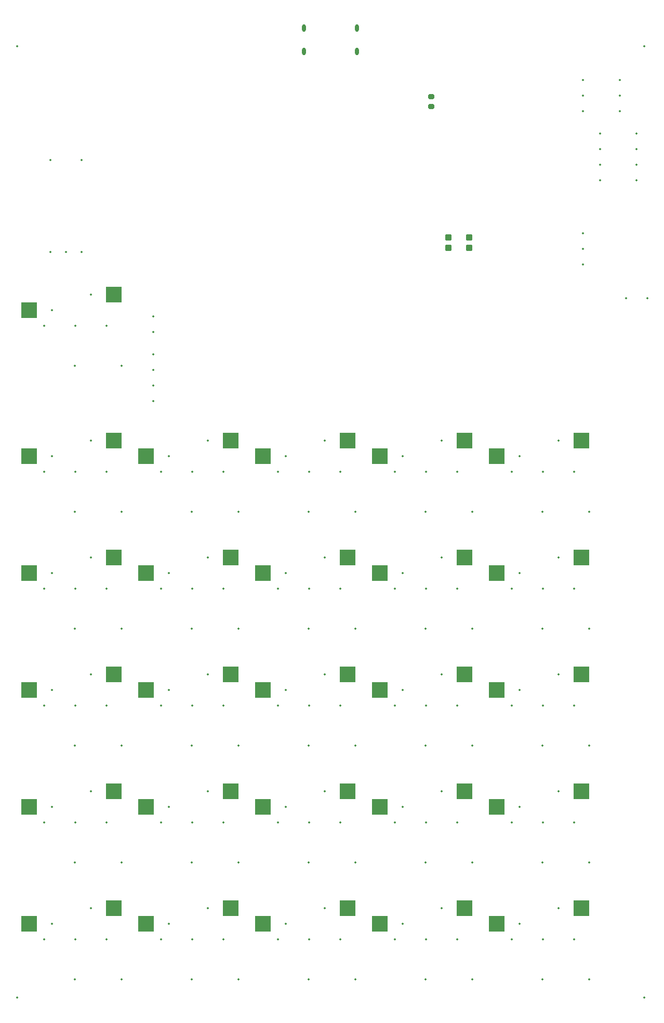
<source format=gbr>
%TF.GenerationSoftware,KiCad,Pcbnew,9.0.7*%
%TF.CreationDate,2026-03-01T07:38:40-05:00*%
%TF.ProjectId,Macropad,4d616372-6f70-4616-942e-6b696361645f,rev?*%
%TF.SameCoordinates,Original*%
%TF.FileFunction,Paste,Bot*%
%TF.FilePolarity,Positive*%
%FSLAX46Y46*%
G04 Gerber Fmt 4.6, Leading zero omitted, Abs format (unit mm)*
G04 Created by KiCad (PCBNEW 9.0.7) date 2026-03-01 07:38:40*
%MOMM*%
%LPD*%
G01*
G04 APERTURE LIST*
G04 Aperture macros list*
%AMRoundRect*
0 Rectangle with rounded corners*
0 $1 Rounding radius*
0 $2 $3 $4 $5 $6 $7 $8 $9 X,Y pos of 4 corners*
0 Add a 4 corners polygon primitive as box body*
4,1,4,$2,$3,$4,$5,$6,$7,$8,$9,$2,$3,0*
0 Add four circle primitives for the rounded corners*
1,1,$1+$1,$2,$3*
1,1,$1+$1,$4,$5*
1,1,$1+$1,$6,$7*
1,1,$1+$1,$8,$9*
0 Add four rect primitives between the rounded corners*
20,1,$1+$1,$2,$3,$4,$5,0*
20,1,$1+$1,$4,$5,$6,$7,0*
20,1,$1+$1,$6,$7,$8,$9,0*
20,1,$1+$1,$8,$9,$2,$3,0*%
G04 Aperture macros list end*
%ADD10R,2.550000X2.500000*%
%ADD11RoundRect,0.200000X-0.350000X-0.300000X0.350000X-0.300000X0.350000X0.300000X-0.350000X0.300000X0*%
%ADD12RoundRect,0.200000X0.275000X-0.200000X0.275000X0.200000X-0.275000X0.200000X-0.275000X-0.200000X0*%
%ADD13C,0.350000*%
%ADD14O,0.600000X1.200000*%
G04 APERTURE END LIST*
D10*
%TO.C,SW26*%
X78165000Y-106998000D03*
X92015000Y-104458000D03*
%TD*%
%TO.C,SW14*%
X40065000Y-68898000D03*
X53915000Y-66358000D03*
%TD*%
%TO.C,SW10*%
X59115000Y-49848000D03*
X72965000Y-47308000D03*
%TD*%
%TO.C,SW23*%
X21015000Y-106998000D03*
X34865000Y-104458000D03*
%TD*%
%TO.C,SW21*%
X78165000Y-87947000D03*
X92015000Y-85407000D03*
%TD*%
%TO.C,SW16*%
X78165000Y-68898000D03*
X92015000Y-66358000D03*
%TD*%
%TO.C,SW11*%
X78165000Y-49848000D03*
X92015000Y-47308000D03*
%TD*%
%TO.C,SW5*%
X59115000Y-30797000D03*
X72965000Y-28257000D03*
%TD*%
%TO.C,SW24*%
X40065000Y-106998000D03*
X53915000Y-104458000D03*
%TD*%
%TO.C,SW19*%
X40065000Y-87947000D03*
X53915000Y-85407000D03*
%TD*%
%TO.C,SW25*%
X59115000Y-106998000D03*
X72965000Y-104458000D03*
%TD*%
%TO.C,SW7*%
X1965000Y-49848000D03*
X15815000Y-47308000D03*
%TD*%
%TO.C,SW22*%
X1965000Y-106998000D03*
X15815000Y-104458000D03*
%TD*%
%TO.C,SW1*%
X1965000Y-6985000D03*
X15815000Y-4445000D03*
%TD*%
%TO.C,SW15*%
X59115000Y-68898000D03*
X72965000Y-66358000D03*
%TD*%
%TO.C,SW3*%
X21015000Y-30797000D03*
X34865000Y-28257000D03*
%TD*%
%TO.C,SW17*%
X1965000Y-87947000D03*
X15815000Y-85407000D03*
%TD*%
%TO.C,SW18*%
X21015000Y-87947000D03*
X34865000Y-85407000D03*
%TD*%
%TO.C,SW9*%
X40065000Y-49848000D03*
X53915000Y-47308000D03*
%TD*%
%TO.C,SW8*%
X21015000Y-49848000D03*
X34865000Y-47308000D03*
%TD*%
%TO.C,SW13*%
X21015000Y-68898000D03*
X34865000Y-66358000D03*
%TD*%
%TO.C,SW6*%
X78165000Y-30797000D03*
X92015000Y-28257000D03*
%TD*%
%TO.C,SW4*%
X40065000Y-30797000D03*
X53915000Y-28257000D03*
%TD*%
%TO.C,SW12*%
X1965000Y-68898000D03*
X15815000Y-66358000D03*
%TD*%
%TO.C,SW20*%
X59115000Y-87947000D03*
X72965000Y-85407000D03*
%TD*%
%TO.C,SW2*%
X1965000Y-30797000D03*
X15815000Y-28257000D03*
%TD*%
D11*
%TO.C,SW402*%
X70300000Y3150000D03*
X73700000Y3150000D03*
X70300000Y4850000D03*
X73700000Y4850000D03*
%TD*%
D12*
%TO.C,R407*%
X67500000Y26175000D03*
X67500000Y27825000D03*
%TD*%
D13*
X92250000Y25460000D03*
X92250000Y28000000D03*
X92250000Y30540000D03*
X80645000Y-109538000D03*
X85725000Y-109538000D03*
X90805000Y-109538000D03*
X81915000Y-106998000D03*
X88265000Y-104458000D03*
X42545000Y-71438000D03*
X47625000Y-71438000D03*
X52705000Y-71438000D03*
X43815000Y-68898000D03*
X50165000Y-66358000D03*
X99250000Y-5000000D03*
X102750000Y-5000000D03*
X102250000Y-119000000D03*
X61595000Y-52388000D03*
X66675000Y-52388000D03*
X71755000Y-52388000D03*
X62865000Y-49848000D03*
X69215000Y-47308000D03*
X23495000Y-109538000D03*
X28575000Y-109538000D03*
X33655000Y-109538000D03*
X24765000Y-106998000D03*
X31115000Y-104458000D03*
X80645000Y-90487000D03*
X85725000Y-90487000D03*
X90805000Y-90487000D03*
X81915000Y-87947000D03*
X88265000Y-85407000D03*
X101000000Y14190000D03*
X101000000Y16730000D03*
X101000000Y19270000D03*
X101000000Y21810000D03*
X80645000Y-71438000D03*
X85725000Y-71438000D03*
X90805000Y-71438000D03*
X81915000Y-68898000D03*
X88265000Y-66358000D03*
X92250000Y460000D03*
X92250000Y3000000D03*
X92250000Y5540000D03*
X102250000Y36000000D03*
X80645000Y-52388000D03*
X85725000Y-52388000D03*
X90805000Y-52388000D03*
X81915000Y-49848000D03*
X88265000Y-47308000D03*
X22250000Y-8000000D03*
X22250000Y-10540000D03*
X61595000Y-33337000D03*
X66675000Y-33337000D03*
X71755000Y-33337000D03*
X62865000Y-30797000D03*
X69215000Y-28257000D03*
X42545000Y-109538000D03*
X47625000Y-109538000D03*
X52705000Y-109538000D03*
X43815000Y-106998000D03*
X50165000Y-104458000D03*
X42545000Y-90487000D03*
X47625000Y-90487000D03*
X52705000Y-90487000D03*
X43815000Y-87947000D03*
X50165000Y-85407000D03*
X61595000Y-109538000D03*
X66675000Y-109538000D03*
X71755000Y-109538000D03*
X62865000Y-106998000D03*
X69215000Y-104458000D03*
X4445000Y-52388000D03*
X9525000Y-52388000D03*
X14605000Y-52388000D03*
X5715000Y-49848000D03*
X12065000Y-47308000D03*
X0Y-119000000D03*
X4445000Y-109538000D03*
X9525000Y-109538000D03*
X14605000Y-109538000D03*
X5715000Y-106998000D03*
X12065000Y-104458000D03*
X4445000Y-9525000D03*
X9525000Y-9525000D03*
X14605000Y-9525000D03*
X5715000Y-6985000D03*
X12065000Y-4445000D03*
X0Y36000000D03*
X61595000Y-71438000D03*
X66675000Y-71438000D03*
X71755000Y-71438000D03*
X62865000Y-68898000D03*
X69215000Y-66358000D03*
D14*
X46805000Y39000000D03*
X46805000Y35200000D03*
X55445000Y39000000D03*
X55445000Y35200000D03*
D13*
X95000000Y14190000D03*
X95000000Y16730000D03*
X95000000Y19270000D03*
X95000000Y21810000D03*
X23495000Y-33337000D03*
X28575000Y-33337000D03*
X33655000Y-33337000D03*
X24765000Y-30797000D03*
X31115000Y-28257000D03*
X4445000Y-90487000D03*
X9525000Y-90487000D03*
X14605000Y-90487000D03*
X5715000Y-87947000D03*
X12065000Y-85407000D03*
X98250000Y25460000D03*
X98250000Y28000000D03*
X98250000Y30540000D03*
X23495000Y-90487000D03*
X28575000Y-90487000D03*
X33655000Y-90487000D03*
X24765000Y-87947000D03*
X31115000Y-85407000D03*
X42545000Y-52388000D03*
X47625000Y-52388000D03*
X52705000Y-52388000D03*
X43815000Y-49848000D03*
X50165000Y-47308000D03*
X23495000Y-52388000D03*
X28575000Y-52388000D03*
X33655000Y-52388000D03*
X24765000Y-49848000D03*
X31115000Y-47308000D03*
X23495000Y-71438000D03*
X28575000Y-71438000D03*
X33655000Y-71438000D03*
X24765000Y-68898000D03*
X31115000Y-66358000D03*
X80645000Y-33337000D03*
X85725000Y-33337000D03*
X90805000Y-33337000D03*
X81915000Y-30797000D03*
X88265000Y-28257000D03*
X22250000Y-21810000D03*
X22250000Y-19270000D03*
X22250000Y-16730000D03*
X22250000Y-14190000D03*
X42545000Y-33337000D03*
X47625000Y-33337000D03*
X52705000Y-33337000D03*
X43815000Y-30797000D03*
X50165000Y-28257000D03*
X4445000Y-71438000D03*
X9525000Y-71438000D03*
X14605000Y-71438000D03*
X5715000Y-68898000D03*
X12065000Y-66358000D03*
X5500000Y2500000D03*
X10500000Y2500000D03*
X8000000Y2500000D03*
X5500000Y17500000D03*
X10500000Y17500000D03*
X61595000Y-90487000D03*
X66675000Y-90487000D03*
X71755000Y-90487000D03*
X62865000Y-87947000D03*
X69215000Y-85407000D03*
X4445000Y-33337000D03*
X9525000Y-33337000D03*
X14605000Y-33337000D03*
X5715000Y-30797000D03*
X12065000Y-28257000D03*
X36075000Y-77938000D03*
X28455000Y-77938000D03*
X55125000Y-77938000D03*
X47505000Y-77938000D03*
X93225000Y-77938000D03*
X85605000Y-77938000D03*
X55125000Y-58888000D03*
X47505000Y-58888000D03*
X17025000Y-16025000D03*
X9405000Y-16025000D03*
X74175000Y-58888000D03*
X66555000Y-58888000D03*
X74175000Y-39837000D03*
X66555000Y-39837000D03*
X55125000Y-39837000D03*
X47505000Y-39837000D03*
X93225000Y-39837000D03*
X85605000Y-39837000D03*
X17025000Y-39837000D03*
X9405000Y-39837000D03*
X36075000Y-116038000D03*
X28455000Y-116038000D03*
X36075000Y-39837000D03*
X28455000Y-39837000D03*
X55125000Y-96987000D03*
X47505000Y-96987000D03*
X55125000Y-116038000D03*
X47505000Y-116038000D03*
X74175000Y-77938000D03*
X66555000Y-77938000D03*
X74175000Y-116038000D03*
X66555000Y-116038000D03*
X36075000Y-96987000D03*
X28455000Y-96987000D03*
X17025000Y-77938000D03*
X9405000Y-77938000D03*
X36075000Y-58888000D03*
X28455000Y-58888000D03*
X93225000Y-96987000D03*
X85605000Y-96987000D03*
X93225000Y-116038000D03*
X85605000Y-116038000D03*
X93225000Y-58888000D03*
X85605000Y-58888000D03*
X17025000Y-58888000D03*
X9405000Y-58888000D03*
X17025000Y-116038000D03*
X9405000Y-116038000D03*
X17025000Y-96987000D03*
X9405000Y-96987000D03*
X74175000Y-96987000D03*
X66555000Y-96987000D03*
M02*

</source>
